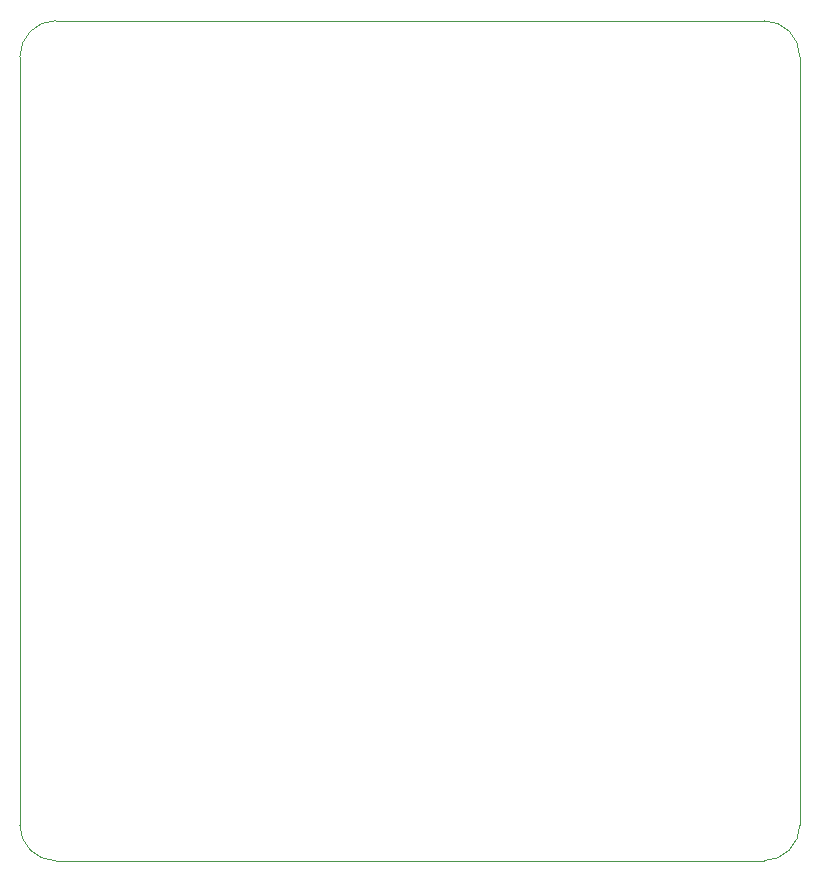
<source format=gbr>
%TF.GenerationSoftware,KiCad,Pcbnew,5.1.6-c6e7f7d~87~ubuntu18.04.1*%
%TF.CreationDate,2020-11-02T17:54:18-05:00*%
%TF.ProjectId,remote,72656d6f-7465-42e6-9b69-6361645f7063,rev?*%
%TF.SameCoordinates,Original*%
%TF.FileFunction,Profile,NP*%
%FSLAX46Y46*%
G04 Gerber Fmt 4.6, Leading zero omitted, Abs format (unit mm)*
G04 Created by KiCad (PCBNEW 5.1.6-c6e7f7d~87~ubuntu18.04.1) date 2020-11-02 17:54:18*
%MOMM*%
%LPD*%
G01*
G04 APERTURE LIST*
%TA.AperFunction,Profile*%
%ADD10C,0.050000*%
%TD*%
G04 APERTURE END LIST*
D10*
X80264000Y-51308000D02*
G75*
G02*
X83312000Y-48260000I3048000J0D01*
G01*
X143256000Y-48260000D02*
G75*
G02*
X146304000Y-51308000I0J-3048000D01*
G01*
X83312000Y-119380000D02*
G75*
G02*
X80264000Y-116332000I0J3048000D01*
G01*
X146304000Y-116332000D02*
G75*
G02*
X143256000Y-119380000I-3048000J0D01*
G01*
X80264000Y-51308000D02*
X80264000Y-116332000D01*
X143256000Y-48260000D02*
X83312000Y-48260000D01*
X146304000Y-116332000D02*
X146304000Y-51308000D01*
X83312000Y-119380000D02*
X143256000Y-119380000D01*
M02*

</source>
